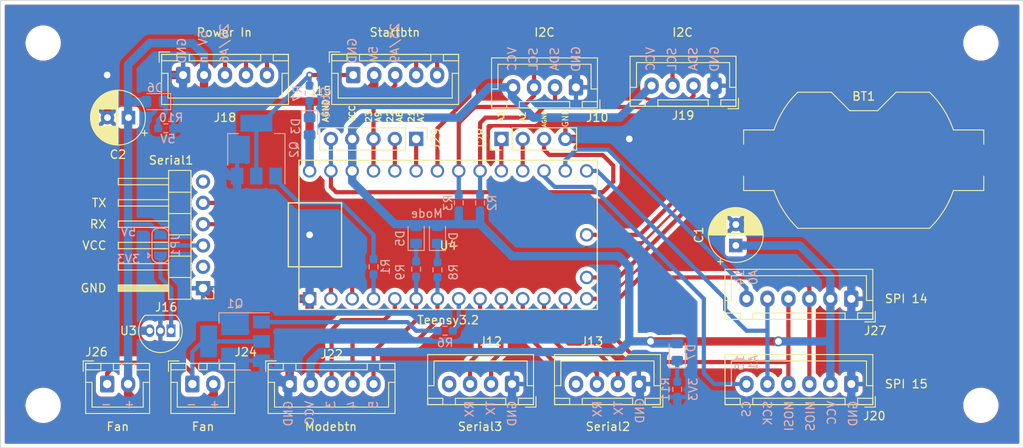
<source format=kicad_pcb>
(kicad_pcb (version 20211014) (generator pcbnew)

  (general
    (thickness 1.6)
  )

  (paper "A4")
  (layers
    (0 "F.Cu" signal)
    (31 "B.Cu" signal)
    (32 "B.Adhes" user "B.Adhesive")
    (33 "F.Adhes" user "F.Adhesive")
    (34 "B.Paste" user)
    (35 "F.Paste" user)
    (36 "B.SilkS" user "B.Silkscreen")
    (37 "F.SilkS" user "F.Silkscreen")
    (38 "B.Mask" user)
    (39 "F.Mask" user)
    (40 "Dwgs.User" user "User.Drawings")
    (41 "Cmts.User" user "User.Comments")
    (42 "Eco1.User" user "User.Eco1")
    (43 "Eco2.User" user "User.Eco2")
    (44 "Edge.Cuts" user)
    (45 "Margin" user)
    (46 "B.CrtYd" user "B.Courtyard")
    (47 "F.CrtYd" user "F.Courtyard")
    (48 "B.Fab" user)
    (49 "F.Fab" user)
    (50 "User.1" user)
    (51 "User.2" user)
    (52 "User.3" user)
    (53 "User.4" user)
    (54 "User.5" user)
    (55 "User.6" user)
    (56 "User.7" user)
    (57 "User.8" user)
    (58 "User.9" user)
  )

  (setup
    (stackup
      (layer "F.SilkS" (type "Top Silk Screen"))
      (layer "F.Paste" (type "Top Solder Paste"))
      (layer "F.Mask" (type "Top Solder Mask") (thickness 0.01))
      (layer "F.Cu" (type "copper") (thickness 0.035))
      (layer "dielectric 1" (type "core") (thickness 1.51) (material "FR4") (epsilon_r 4.5) (loss_tangent 0.02))
      (layer "B.Cu" (type "copper") (thickness 0.035))
      (layer "B.Mask" (type "Bottom Solder Mask") (thickness 0.01))
      (layer "B.Paste" (type "Bottom Solder Paste"))
      (layer "B.SilkS" (type "Bottom Silk Screen"))
      (copper_finish "None")
      (dielectric_constraints no)
    )
    (pad_to_mask_clearance 0)
    (pcbplotparams
      (layerselection 0x00010fc_ffffffff)
      (disableapertmacros false)
      (usegerberextensions false)
      (usegerberattributes true)
      (usegerberadvancedattributes true)
      (creategerberjobfile true)
      (svguseinch false)
      (svgprecision 6)
      (excludeedgelayer true)
      (plotframeref false)
      (viasonmask false)
      (mode 1)
      (useauxorigin false)
      (hpglpennumber 1)
      (hpglpenspeed 20)
      (hpglpendiameter 15.000000)
      (dxfpolygonmode true)
      (dxfimperialunits true)
      (dxfusepcbnewfont true)
      (psnegative false)
      (psa4output false)
      (plotreference true)
      (plotvalue true)
      (plotinvisibletext false)
      (sketchpadsonfab false)
      (subtractmaskfromsilk false)
      (outputformat 1)
      (mirror false)
      (drillshape 1)
      (scaleselection 1)
      (outputdirectory "")
    )
  )

  (net 0 "")
  (net 1 "Net-(BT1-Pad1)")
  (net 2 "GNDD")
  (net 3 "+5V")
  (net 4 "Net-(BT1-Pad2)")
  (net 5 "SCK")
  (net 6 "Net-(J15-Pad1)")
  (net 7 "MISO")
  (net 8 "SD_CS")
  (net 9 "SDA")
  (net 10 "SCL")
  (net 11 "Net-(J15-Pad3)")
  (net 12 "Net-(J18-Pad3)")
  (net 13 "+3V3")
  (net 14 "MOSI")
  (net 15 "Net-(J13-Pad2)")
  (net 16 "Net-(J13-Pad3)")
  (net 17 "Net-(J12-Pad2)")
  (net 18 "Net-(J12-Pad3)")
  (net 19 "Net-(J21-Pad3)")
  (net 20 "Net-(J21-Pad4)")
  (net 21 "Net-(J21-Pad5)")
  (net 22 "Net-(J24-Pad1)")
  (net 23 "Net-(R1-Pad1)")
  (net 24 "/TX")
  (net 25 "/RX")
  (net 26 "unconnected-(J12-Pad4)")
  (net 27 "unconnected-(J13-Pad4)")
  (net 28 "Net-(J15-Pad4)")
  (net 29 "Net-(J15-Pad5)")
  (net 30 "unconnected-(J16-Pad2)")
  (net 31 "unconnected-(J16-Pad6)")
  (net 32 "Net-(U4-Pad8)")
  (net 33 "CS_A0")
  (net 34 "Net-(U4-Pad23)")
  (net 35 "Net-(U4-Pad28)")
  (net 36 "Net-(U4-Pad29)")
  (net 37 "Net-(J16-Pad3)")
  (net 38 "Net-(U3-Pad1)")
  (net 39 "Net-(R6-Pad1)")
  (net 40 "Net-(R1-Pad2)")
  (net 41 "Net-(D3-Pad1)")
  (net 42 "Net-(D4-Pad1)")
  (net 43 "Net-(D5-Pad1)")
  (net 44 "Net-(D6-Pad1)")
  (net 45 "Net-(D7-Pad1)")
  (net 46 "Net-(U4-Pad24)")
  (net 47 "Net-(U4-Pad32)")

  (footprint "Connector_JST:JST_XH_B4B-XH-A_1x04_P2.50mm_Vertical" (layer "F.Cu") (at 138.43 60.96 180))

  (footprint "Connector_JST:JST_XH_B4B-XH-A_1x04_P2.50mm_Vertical" (layer "F.Cu") (at 114.3 96.52 180))

  (footprint "Connector_JST:JST_XH_B5B-XH-A_1x05_P2.50mm_Vertical" (layer "F.Cu") (at 75.09 59.69))

  (footprint "Connector_JST:JST_XH_B4B-XH-A_1x04_P2.50mm_Vertical" (layer "F.Cu") (at 129.42 96.52 180))

  (footprint "Connector_JST:JST_XH_B5B-XH-A_1x05_P2.50mm_Vertical" (layer "F.Cu") (at 95.37 59.69))

  (footprint "Connector_JST:JST_XH_B2B-XH-A_1x02_P2.50mm_Vertical" (layer "F.Cu") (at 76.2 96.52))

  (footprint "Connector_JST:JST_XH_B4B-XH-A_1x04_P2.50mm_Vertical" (layer "F.Cu") (at 121.92 61.16 180))

  (footprint "Battery:BatteryHolder_Keystone_1058_1x2032" (layer "F.Cu") (at 156.21 69.85 180))

  (footprint "teensy:Teensy30_31_32_All_Pins" (layer "F.Cu") (at 106.68 78.74))

  (footprint "Connector_PinHeader_2.54mm:PinHeader_1x04_P2.54mm_Vertical" (layer "F.Cu") (at 113.04 67.31 90))

  (footprint "Connector_JST:JST_XH_B6B-XH-A_1x06_P2.50mm_Vertical" (layer "F.Cu") (at 154.74 86.36 180))

  (footprint "Connector_JST:JST_XH_B5B-XH-A_1x05_P2.50mm_Vertical" (layer "F.Cu") (at 87.79 96.52))

  (footprint "Package_TO_SOT_THT:TO-92_Inline" (layer "F.Cu") (at 73.66 90.17 180))

  (footprint "Connector_JST:JST_XH_B2B-XH-A_1x02_P2.50mm_Vertical" (layer "F.Cu") (at 66.04 96.52))

  (footprint "MountingHole:MountingHole_3.2mm_M3" (layer "F.Cu") (at 170.18 55.88))

  (footprint "Capacitor_THT:CP_Radial_D6.3mm_P2.50mm" (layer "F.Cu") (at 140.97 80.01 90))

  (footprint "MountingHole:MountingHole_3.2mm_M3" (layer "F.Cu") (at 170.18 99.06))

  (footprint "Connector_JST:JST_XH_B6B-XH-A_1x06_P2.50mm_Vertical" (layer "F.Cu") (at 154.74 96.52 180))

  (footprint "Connector_PinHeader_2.54mm:PinHeader_1x06_P2.54mm_Horizontal" (layer "F.Cu") (at 77.47 85.09 180))

  (footprint "Connector_PinHeader_2.54mm:PinHeader_1x05_P2.54mm_Vertical" (layer "F.Cu") (at 102.87 67.31 -90))

  (footprint "MountingHole:MountingHole_3.2mm_M3" (layer "F.Cu") (at 58.42 99.06))

  (footprint "MountingHole:MountingHole_3.2mm_M3" (layer "F.Cu") (at 58.42 55.88))

  (footprint "Capacitor_THT:CP_Radial_D6.3mm_P2.50mm" (layer "F.Cu") (at 68.58 64.77 180))

  (footprint "Resistor_SMD:R_0603_1608Metric_Pad0.98x0.95mm_HandSolder" (layer "B.Cu") (at 107.95 74.93 90))

  (footprint "Resistor_SMD:R_0603_1608Metric_Pad0.98x0.95mm_HandSolder" (layer "B.Cu") (at 105.41 82.9075 -90))

  (footprint "Package_TO_SOT_SMD:SOT-223-3_TabPin2" (layer "B.Cu") (at 81.28 91.44 180))

  (footprint "Resistor_SMD:R_0603_1608Metric_Pad0.98x0.95mm_HandSolder" (layer "B.Cu") (at 133.985 97.155 -90))

  (footprint "Jumper:SolderJumper-3_P1.3mm_Open_RoundedPad1.0x1.5mm" (layer "B.Cu") (at 72.39 80.01 90))

  (footprint "Package_TO_SOT_SMD:SOT-223-3_TabPin2" (layer "B.Cu") (at 83.82 68.58 90))

  (footprint "Resistor_SMD:R_0603_1608Metric_Pad0.98x0.95mm_HandSolder" (layer "B.Cu") (at 110.49 74.93 90))

  (footprint "Resistor_SMD:R_0603_1608Metric_Pad0.98x0.95mm_HandSolder" (layer "B.Cu") (at 90.17 61.8725 -90))

  (footprint "LED_SMD:LED_0805_2012Metric_Pad1.15x1.40mm_HandSolder" (layer "B.Cu") (at 105.41 78.74 90))

  (footprint "Resistor_SMD:R_0603_1608Metric_Pad0.98x0.95mm_HandSolder" (layer "B.Cu") (at 97.79 82.55 90))

  (footprint "Resistor_SMD:R_0603_1608Metric_Pad0.98x0.95mm_HandSolder" (layer "B.Cu") (at 102.87 82.8275 -90))

  (footprint "LED_SMD:LED_0805_2012Metric_Pad1.15x1.40mm_HandSolder" (layer "B.Cu") (at 90.17 65.795 -90))

  (footprint "Resistor_SMD:R_0603_1608Metric_Pad0.98x0.95mm_HandSolder" (layer "B.Cu")
 
... [610751 chars truncated]
</source>
